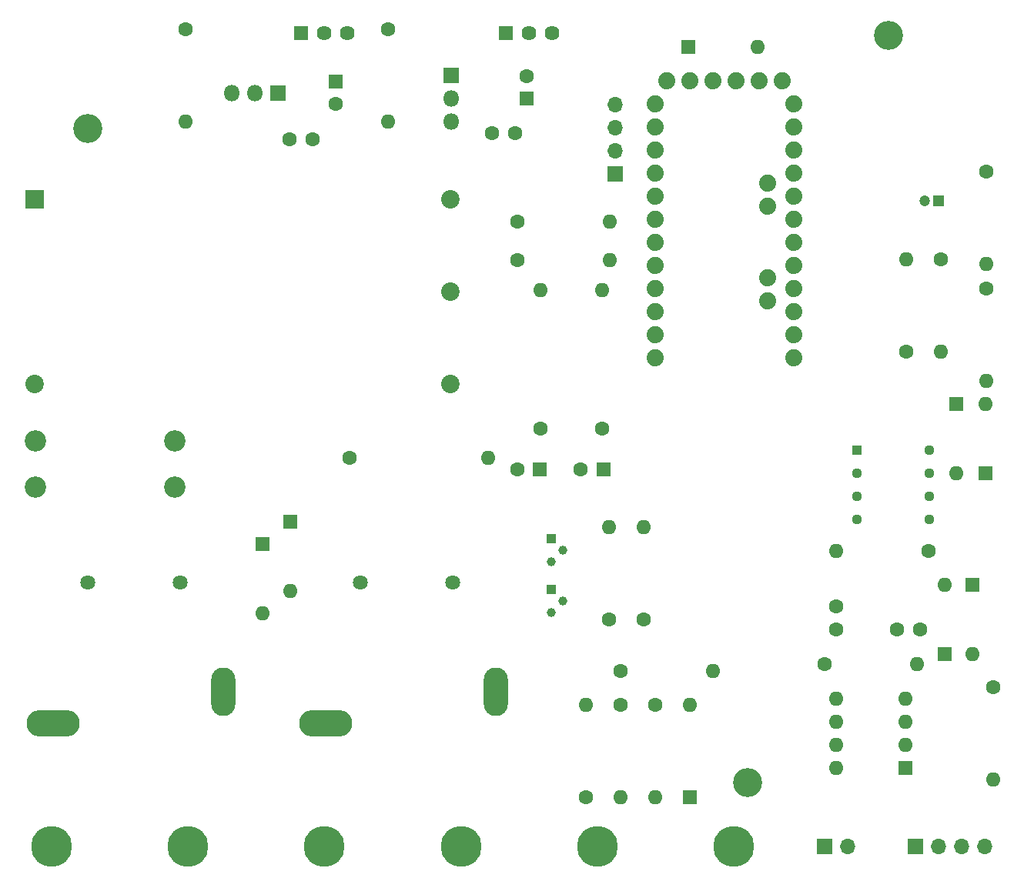
<source format=gbr>
%TF.GenerationSoftware,KiCad,Pcbnew,(5.1.10)-1*%
%TF.CreationDate,2022-04-20T23:12:05+01:00*%
%TF.ProjectId,EV_Charger2,45565f43-6861-4726-9765-72322e6b6963,rev?*%
%TF.SameCoordinates,Original*%
%TF.FileFunction,Soldermask,Bot*%
%TF.FilePolarity,Negative*%
%FSLAX46Y46*%
G04 Gerber Fmt 4.6, Leading zero omitted, Abs format (unit mm)*
G04 Created by KiCad (PCBNEW (5.1.10)-1) date 2022-04-20 23:12:05*
%MOMM*%
%LPD*%
G01*
G04 APERTURE LIST*
%ADD10R,1.600000X1.600000*%
%ADD11O,1.600000X1.600000*%
%ADD12C,1.600000*%
%ADD13O,2.670000X5.340000*%
%ADD14O,5.850000X2.925000*%
%ADD15C,1.635000*%
%ADD16C,1.000000*%
%ADD17R,1.000000X1.000000*%
%ADD18R,1.620000X1.620000*%
%ADD19C,1.620000*%
%ADD20C,2.350000*%
%ADD21C,1.130000*%
%ADD22R,1.130000X1.130000*%
%ADD23C,3.200000*%
%ADD24O,1.700000X1.700000*%
%ADD25R,1.700000X1.700000*%
%ADD26C,4.500880*%
%ADD27R,1.800000X1.800000*%
%ADD28O,1.800000X1.800000*%
%ADD29C,1.879600*%
%ADD30C,2.030000*%
%ADD31R,2.030000X2.030000*%
%ADD32R,1.200000X1.200000*%
%ADD33C,1.200000*%
G04 APERTURE END LIST*
D10*
%TO.C,D7*%
X203000000Y-24000000D03*
D11*
X210620000Y-24000000D03*
%TD*%
D12*
%TO.C,R12*%
X235750000Y-37750000D03*
D11*
X235750000Y-47910000D03*
%TD*%
D12*
%TO.C,R11*%
X165750000Y-69250000D03*
D11*
X180990000Y-69250000D03*
%TD*%
D13*
%TO.C,K1*%
X181875000Y-95000000D03*
D14*
X163125000Y-98430000D03*
D15*
X177095000Y-82990000D03*
X166935000Y-82990000D03*
%TD*%
D12*
%TO.C,R14*%
X186750000Y-66040000D03*
D11*
X186750000Y-50800000D03*
%TD*%
D12*
%TO.C,R13*%
X193548000Y-66040000D03*
D11*
X193548000Y-50800000D03*
%TD*%
D16*
%TO.C,Q2*%
X189230000Y-85020000D03*
X187960000Y-86290000D03*
D17*
X187960000Y-83750000D03*
%TD*%
D12*
%TO.C,R17*%
X184250000Y-47500000D03*
D11*
X194410000Y-47500000D03*
%TD*%
D12*
%TO.C,R3*%
X184250000Y-43250000D03*
D11*
X194410000Y-43250000D03*
%TD*%
D18*
%TO.C,RV2*%
X160460000Y-22500000D03*
D19*
X163000000Y-22500000D03*
X165540000Y-22500000D03*
%TD*%
D18*
%TO.C,RV1*%
X182960000Y-22500000D03*
D19*
X185500000Y-22500000D03*
X188040000Y-22500000D03*
%TD*%
D20*
%TO.C,F1*%
X131180000Y-72500000D03*
X131180000Y-67420000D03*
X146500000Y-72500000D03*
X146500000Y-67420000D03*
%TD*%
D21*
%TO.C,U3*%
X229490000Y-68445000D03*
X229490000Y-70985000D03*
X229490000Y-73525000D03*
X229490000Y-76065000D03*
X221550000Y-76065000D03*
X221550000Y-73525000D03*
X221550000Y-70985000D03*
D22*
X221550000Y-68445000D03*
%TD*%
D23*
%TO.C,REF\u002A\u002A*%
X137000000Y-33000000D03*
%TD*%
%TO.C,REF\u002A\u002A*%
X225000000Y-22750000D03*
%TD*%
%TO.C,REF\u002A\u002A*%
X209500000Y-105000000D03*
%TD*%
D24*
%TO.C,J3*%
X220540000Y-112000000D03*
D25*
X218000000Y-112000000D03*
%TD*%
D26*
%TO.C,GND*%
X208000000Y-112000000D03*
%TD*%
%TO.C,GND*%
X193000000Y-112000000D03*
%TD*%
%TO.C,N Out*%
X178000000Y-112000000D03*
%TD*%
%TO.C,N In*%
X163000000Y-112000000D03*
%TD*%
%TO.C,L Out*%
X148000000Y-112000000D03*
%TD*%
%TO.C,L In*%
X133000000Y-112000000D03*
%TD*%
D12*
%TO.C,R20*%
X195580000Y-92710000D03*
D11*
X205740000Y-92710000D03*
%TD*%
D12*
%TO.C,R19*%
X147755000Y-22115000D03*
D11*
X147755000Y-32275000D03*
%TD*%
D12*
%TO.C,R18*%
X169980000Y-22115000D03*
D11*
X169980000Y-32275000D03*
%TD*%
D25*
%TO.C,J2*%
X195000000Y-38000000D03*
D24*
X195000000Y-35460000D03*
X195000000Y-32920000D03*
X195000000Y-30380000D03*
%TD*%
D10*
%TO.C,C9*%
X164265000Y-27830000D03*
D12*
X164265000Y-30330000D03*
%TD*%
D10*
%TO.C,C8*%
X185220000Y-29735000D03*
D12*
X185220000Y-27235000D03*
%TD*%
%TO.C,C7*%
X159185000Y-34180000D03*
X161685000Y-34180000D03*
%TD*%
%TO.C,C6*%
X183950000Y-33545000D03*
X181450000Y-33545000D03*
%TD*%
D27*
%TO.C,U6*%
X157915000Y-29100000D03*
D28*
X155375000Y-29100000D03*
X152835000Y-29100000D03*
%TD*%
D27*
%TO.C,U5*%
X176965000Y-27195000D03*
D28*
X176965000Y-29735000D03*
X176965000Y-32275000D03*
%TD*%
D10*
%TO.C,TVS1*%
X203200000Y-106585000D03*
D11*
X203200000Y-96425000D03*
%TD*%
D12*
%TO.C,R16*%
X194310000Y-86995000D03*
D11*
X194310000Y-76835000D03*
%TD*%
D12*
%TO.C,R15*%
X198120000Y-86995000D03*
D11*
X198120000Y-76835000D03*
%TD*%
D12*
%TO.C,R10*%
X191770000Y-106585000D03*
D11*
X191770000Y-96425000D03*
%TD*%
D12*
%TO.C,R9*%
X195580000Y-96425000D03*
D11*
X195580000Y-106585000D03*
%TD*%
D12*
%TO.C,R8*%
X199390000Y-96425000D03*
D11*
X199390000Y-106585000D03*
%TD*%
D12*
%TO.C,R7*%
X235750000Y-50665000D03*
D11*
X235750000Y-60825000D03*
%TD*%
D12*
%TO.C,R6*%
X230765000Y-47365000D03*
D11*
X230765000Y-57525000D03*
%TD*%
D12*
%TO.C,R5*%
X226955000Y-57525000D03*
D11*
X226955000Y-47365000D03*
%TD*%
D12*
%TO.C,R4*%
X229465000Y-79500000D03*
D11*
X219305000Y-79500000D03*
%TD*%
D12*
%TO.C,R2*%
X218035000Y-91940000D03*
D11*
X228195000Y-91940000D03*
%TD*%
D12*
%TO.C,R1*%
X236500000Y-94500000D03*
D11*
X236500000Y-104660000D03*
%TD*%
D29*
%TO.C,U1*%
X213350000Y-27760000D03*
X210810000Y-27760000D03*
X208270000Y-27760000D03*
X205730000Y-27760000D03*
X203190000Y-27760000D03*
X200650000Y-27760000D03*
X211699000Y-41603000D03*
X211699000Y-39063000D03*
X211699000Y-49477000D03*
X211699000Y-52017000D03*
X214620000Y-30300000D03*
X214620000Y-32840000D03*
X214620000Y-35380000D03*
X214620000Y-37920000D03*
X214620000Y-40460000D03*
X214620000Y-43000000D03*
X214620000Y-45540000D03*
X214620000Y-48080000D03*
X214620000Y-50620000D03*
X214620000Y-53160000D03*
X214620000Y-55700000D03*
X214620000Y-58240000D03*
X199380000Y-58240000D03*
X199380000Y-55700000D03*
X199380000Y-53160000D03*
X199380000Y-50620000D03*
X199380000Y-48080000D03*
X199380000Y-45540000D03*
X199380000Y-43000000D03*
X199380000Y-40460000D03*
X199380000Y-37920000D03*
X199380000Y-35380000D03*
X199380000Y-32840000D03*
X199380000Y-30300000D03*
%TD*%
D30*
%TO.C,PS1*%
X176860000Y-61160000D03*
X176860000Y-40840000D03*
X176860000Y-51000000D03*
X131140000Y-61160000D03*
D31*
X131140000Y-40840000D03*
%TD*%
D13*
%TO.C,K2*%
X151875000Y-95000000D03*
D14*
X133125000Y-98430000D03*
D15*
X147095000Y-82990000D03*
X136935000Y-82990000D03*
%TD*%
D10*
%TO.C,U2*%
X226925000Y-103370000D03*
D11*
X219305000Y-95750000D03*
X226925000Y-100830000D03*
X219305000Y-98290000D03*
X226925000Y-98290000D03*
X219305000Y-100830000D03*
X226925000Y-95750000D03*
X219305000Y-103370000D03*
%TD*%
D16*
%TO.C,Q1*%
X189230000Y-79375000D03*
X187960000Y-80645000D03*
D17*
X187960000Y-78105000D03*
%TD*%
D25*
%TO.C,J1*%
X228000000Y-112000000D03*
D24*
X230540000Y-112000000D03*
X233080000Y-112000000D03*
X235620000Y-112000000D03*
%TD*%
D10*
%TO.C,D6*%
X156210000Y-78750000D03*
D11*
X156210000Y-86370000D03*
%TD*%
D10*
%TO.C,D5*%
X159250000Y-76250000D03*
D11*
X159250000Y-83870000D03*
%TD*%
D10*
%TO.C,D4*%
X232505000Y-63365000D03*
D11*
X232505000Y-70985000D03*
%TD*%
D10*
%TO.C,D3*%
X235680000Y-70985000D03*
D11*
X235680000Y-63365000D03*
%TD*%
D10*
%TO.C,D2*%
X231250000Y-90820000D03*
D11*
X231250000Y-83200000D03*
%TD*%
D10*
%TO.C,D1*%
X234250000Y-83200000D03*
D11*
X234250000Y-90820000D03*
%TD*%
D10*
%TO.C,C5*%
X186690000Y-70485000D03*
D12*
X184190000Y-70485000D03*
%TD*%
D10*
%TO.C,C4*%
X193675000Y-70485000D03*
D12*
X191175000Y-70485000D03*
%TD*%
D32*
%TO.C,C3*%
X230500000Y-41000000D03*
D33*
X229000000Y-41000000D03*
%TD*%
D12*
%TO.C,C2*%
X219305000Y-85590000D03*
X219305000Y-88090000D03*
%TD*%
%TO.C,C1*%
X226000000Y-88130000D03*
X228500000Y-88130000D03*
%TD*%
M02*

</source>
